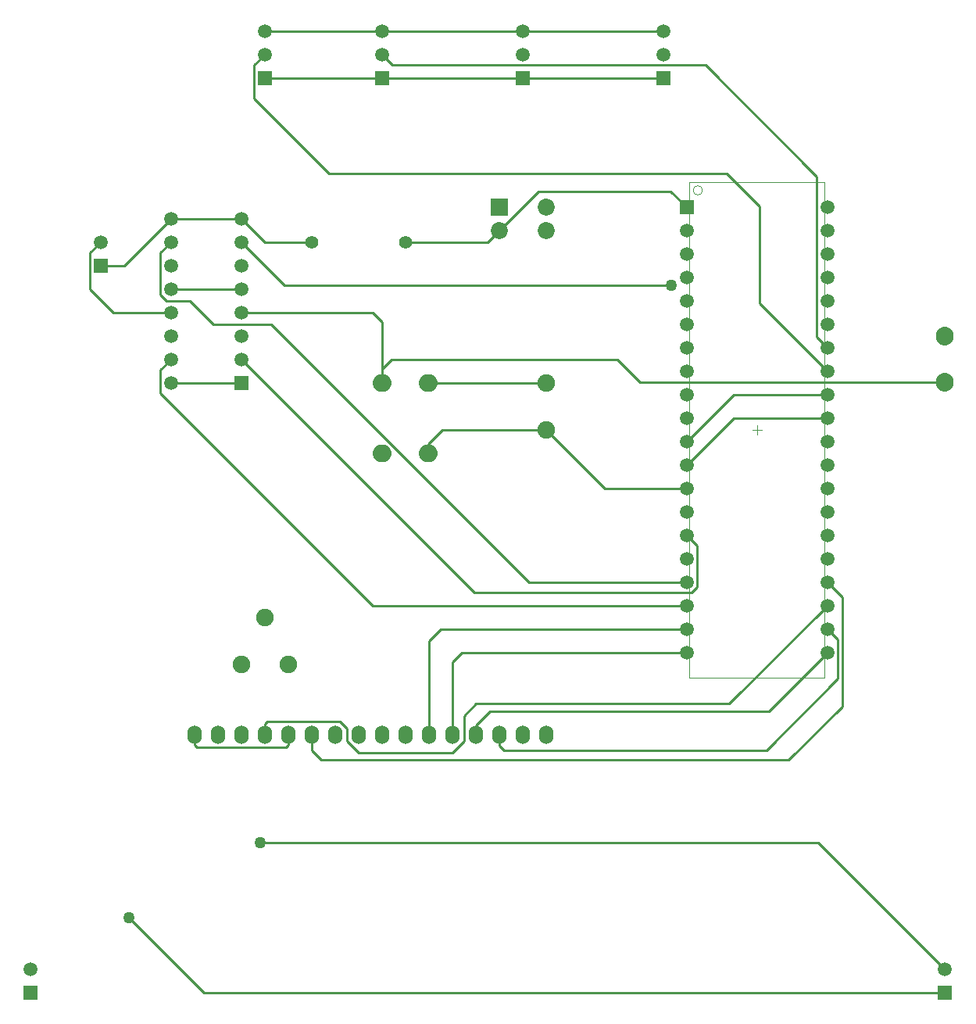
<source format=gbl>
G04*
G04 #@! TF.GenerationSoftware,Altium Limited,Altium Designer,22.0.2 (36)*
G04*
G04 Layer_Physical_Order=2*
G04 Layer_Color=16711680*
%FSLAX25Y25*%
%MOIN*%
G70*
G04*
G04 #@! TF.SameCoordinates,814A3CDE-6894-4AC5-8A30-7A96F4401CB6*
G04*
G04*
G04 #@! TF.FilePolarity,Positive*
G04*
G01*
G75*
%ADD14C,0.01000*%
%ADD16C,0.00394*%
%ADD30R,0.05906X0.05906*%
%ADD31C,0.05906*%
%ADD32R,0.05906X0.05906*%
%ADD33O,0.07500X0.08000*%
%ADD34O,0.06000X0.08000*%
%ADD35O,0.08000X0.07500*%
%ADD36C,0.07500*%
%ADD37C,0.05906*%
%ADD38R,0.05906X0.05906*%
%ADD39C,0.05512*%
%ADD40C,0.07284*%
%ADD41R,0.07284X0.07284*%
%ADD42C,0.05000*%
D14*
X430000Y396000D02*
Y416000D01*
X335500Y445500D02*
X340000Y450000D01*
X335500Y427500D02*
Y445500D01*
Y427500D02*
X338000Y425000D01*
X348200D01*
X358200Y415000D01*
X382700D01*
X492700Y305000D01*
X560000D01*
X591100Y423900D02*
X620000Y395000D01*
X591100Y423900D02*
Y465300D01*
X577000Y479400D02*
X591100Y465300D01*
X407500Y479400D02*
X577000D01*
X375500Y511400D02*
X407500Y479400D01*
X375500Y511400D02*
Y525500D01*
X380000Y530000D01*
X455685Y370000D02*
X500000D01*
X449685Y364000D02*
X455685Y370000D01*
X449685Y360000D02*
Y364000D01*
X354000Y130000D02*
X670000D01*
X322000Y162000D02*
X354000Y130000D01*
X380000Y240000D02*
Y244500D01*
X381000Y245500D01*
X412000D01*
X415000Y242500D01*
Y237300D02*
Y242500D01*
Y237300D02*
X420000Y232300D01*
X460000D01*
X465000Y237300D01*
Y248000D01*
X470200Y253200D01*
X578200D01*
X620000Y295000D01*
X440000Y450000D02*
X475000D01*
X480000Y455000D01*
X560000Y365000D02*
X580000Y385000D01*
X620000D01*
X380000Y450000D02*
X400000D01*
X370000Y460000D02*
X380000Y450000D01*
X620000Y285000D02*
X624500Y280500D01*
Y263900D02*
Y280500D01*
X594000Y233400D02*
X624500Y263900D01*
X482000Y233400D02*
X594000D01*
X480000Y235400D02*
X482000Y233400D01*
X480000Y235400D02*
Y240000D01*
X620000Y305000D02*
X626500Y298500D01*
Y252100D02*
Y298500D01*
X603600Y229200D02*
X626500Y252100D01*
X404000Y229200D02*
X603600D01*
X400000Y233200D02*
X404000Y229200D01*
X400000Y233200D02*
Y240000D01*
X615500Y409500D02*
X620000Y405000D01*
X615500Y409500D02*
Y478000D01*
X568000Y525500D02*
X615500Y478000D01*
X434500Y525500D02*
X568000D01*
X430000Y530000D02*
X434500Y525500D01*
X388500Y431500D02*
X553600D01*
X370000Y450000D02*
X388500Y431500D01*
X560000Y325000D02*
X564500Y320500D01*
Y303000D02*
Y320500D01*
X562000Y300500D02*
X564500Y303000D01*
X469500Y300500D02*
X562000D01*
X370000Y400000D02*
X469500Y300500D01*
X315600Y420000D02*
X340000D01*
X305500Y430100D02*
X315600Y420000D01*
X305500Y430100D02*
Y445500D01*
X310000Y450000D01*
X595100Y250100D02*
X620000Y275000D01*
X476000Y250100D02*
X595100D01*
X470000Y244100D02*
X476000Y250100D01*
X470000Y240000D02*
Y244100D01*
X378000Y194000D02*
X616000D01*
X670000Y140000D01*
X426000Y295000D02*
X560000D01*
X335500Y385500D02*
X426000Y295000D01*
X335500Y385500D02*
Y395500D01*
X340000Y400000D01*
X426000Y420000D02*
X430000Y416000D01*
X370000Y420000D02*
X426000D01*
X540085Y390315D02*
X670000D01*
X530400Y400000D02*
X540085Y390315D01*
X434000Y400000D02*
X530400D01*
X430000Y396000D02*
X434000Y400000D01*
X430000Y390000D02*
Y396000D01*
X310000Y440000D02*
X320000D01*
X340000Y460000D01*
X525000Y345000D02*
X560000D01*
X500000Y370000D02*
X525000Y345000D01*
X455000Y285000D02*
X560000D01*
X450000Y280000D02*
X455000Y285000D01*
X450000Y240000D02*
Y280000D01*
X464000Y275000D02*
X560000D01*
X460000Y271000D02*
X464000Y275000D01*
X460000Y240000D02*
Y271000D01*
X580000Y375000D02*
X620000D01*
X560000Y355000D02*
X580000Y375000D01*
X480000Y455000D02*
X496800Y471800D01*
X553200D01*
X560000Y465000D01*
X350000Y235500D02*
Y240000D01*
Y235500D02*
X351000Y234500D01*
X389000D01*
X390000Y235500D01*
Y240000D01*
X490000Y540000D02*
X550000D01*
X430000D02*
X490000D01*
X380000D02*
X430000D01*
X340000Y430000D02*
X370000D01*
X449685Y390000D02*
X500000D01*
X490000Y520000D02*
X550000D01*
X430000D02*
X490000D01*
X380000D02*
X430000D01*
X340000Y390000D02*
X370000D01*
X340000Y460000D02*
X370000D01*
D16*
X566772Y472165D02*
G03*
X566772Y472165I-1969J0D01*
G01*
X561260Y264291D02*
Y475709D01*
X618740Y264291D02*
Y475709D01*
X561260D02*
X618740D01*
X561260Y264291D02*
X618740D01*
X588032Y370000D02*
X591969D01*
X590000Y368032D02*
Y371969D01*
D30*
X380000Y520000D02*
D03*
X430000D02*
D03*
X490000D02*
D03*
X550000D02*
D03*
X280000Y130000D02*
D03*
X670000D02*
D03*
X310000Y440000D02*
D03*
D31*
X380000Y530000D02*
D03*
Y540000D02*
D03*
X430000Y530000D02*
D03*
Y540000D02*
D03*
X490000Y530000D02*
D03*
Y540000D02*
D03*
X550000Y530000D02*
D03*
Y540000D02*
D03*
X560000Y455000D02*
D03*
Y445000D02*
D03*
Y435000D02*
D03*
Y425000D02*
D03*
Y415000D02*
D03*
Y405000D02*
D03*
Y395000D02*
D03*
Y385000D02*
D03*
Y375000D02*
D03*
Y365000D02*
D03*
Y355000D02*
D03*
Y345000D02*
D03*
Y335000D02*
D03*
Y325000D02*
D03*
Y315000D02*
D03*
Y305000D02*
D03*
Y295000D02*
D03*
Y285000D02*
D03*
Y275000D02*
D03*
X620000Y465000D02*
D03*
Y455000D02*
D03*
Y445000D02*
D03*
Y435000D02*
D03*
Y425000D02*
D03*
Y415000D02*
D03*
Y405000D02*
D03*
Y395000D02*
D03*
Y385000D02*
D03*
Y375000D02*
D03*
Y365000D02*
D03*
Y355000D02*
D03*
Y345000D02*
D03*
Y335000D02*
D03*
Y325000D02*
D03*
Y315000D02*
D03*
Y305000D02*
D03*
Y295000D02*
D03*
Y285000D02*
D03*
Y275000D02*
D03*
X280000Y140000D02*
D03*
X670000D02*
D03*
X310000Y450000D02*
D03*
D32*
X560000Y465000D02*
D03*
D33*
X670000Y410000D02*
D03*
Y390315D02*
D03*
D34*
X400000Y240000D02*
D03*
X410000D02*
D03*
X420000D02*
D03*
X390000D02*
D03*
X360000D02*
D03*
X370000D02*
D03*
X380000D02*
D03*
X430000D02*
D03*
X480000D02*
D03*
X490000D02*
D03*
X500000D02*
D03*
X470000D02*
D03*
X440000D02*
D03*
X450000D02*
D03*
X460000D02*
D03*
X350000D02*
D03*
D35*
X430000Y390000D02*
D03*
X449685D02*
D03*
X430000Y360000D02*
D03*
X449685D02*
D03*
D36*
X500000Y370000D02*
D03*
Y390000D02*
D03*
X390000Y270000D02*
D03*
X380000Y290000D02*
D03*
X370000Y270000D02*
D03*
D37*
X340000Y460000D02*
D03*
Y450000D02*
D03*
Y440000D02*
D03*
Y430000D02*
D03*
Y420000D02*
D03*
Y410000D02*
D03*
Y400000D02*
D03*
Y390000D02*
D03*
X370000Y460000D02*
D03*
Y450000D02*
D03*
Y440000D02*
D03*
Y430000D02*
D03*
Y420000D02*
D03*
Y410000D02*
D03*
Y400000D02*
D03*
D38*
Y390000D02*
D03*
D39*
X400000Y450000D02*
D03*
X440000D02*
D03*
D40*
X480000Y455000D02*
D03*
X500000D02*
D03*
Y465000D02*
D03*
D41*
X480000D02*
D03*
D42*
X322000Y162000D02*
D03*
X553600Y431500D02*
D03*
X378000Y194000D02*
D03*
M02*

</source>
